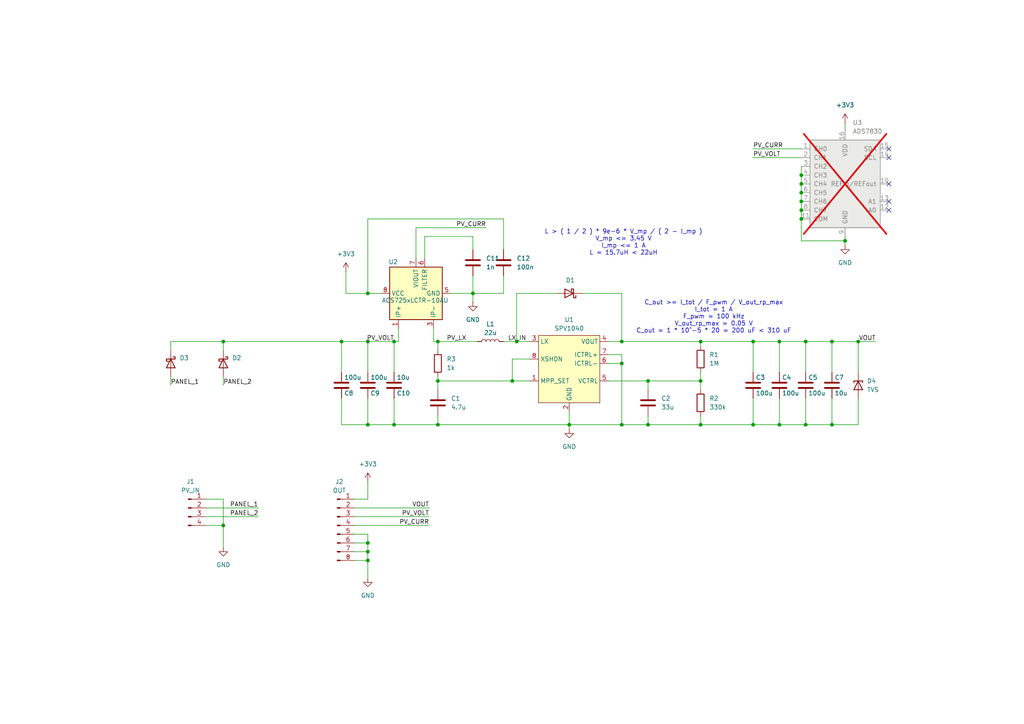
<source format=kicad_sch>
(kicad_sch (version 20231120) (generator "eeschema") (generator_version "8.0")
  (paper "A4")
  (title_block (title "Chickadee MPPT Solar Cell Controller") (date "2024-05-10") (rev "0") (company "LoCSST") (comment 1 "Designer: SKM"))
  (lib_symbols
    (symbol "Analog_DAC:ADS7830" (pin_names (offset 1.016))
      (property "Reference" "U" (at -10.16 13.716 0))
      (property "Value" "ADS7830" (at 1.778 13.716 0))
      (symbol "ADS7830_0_1"
        (rectangle (start -10.16 12.7) (end 10.16 -12.7) (stroke (width 0.254)) (fill (type background)))
      )
      (symbol "ADS7830_1_1"
        (pin input line (at -12.7 10.16 0) (length 2.54) (name "CH0") (number "1"))
        (pin bidirectional line (at 12.7 0 180) (length 2.54) (name "REFin/REFout") (number "10"))
        (pin input line (at -12.7 -10.16 0) (length 2.54) (name "COM") (number "11"))
        (pin input line (at 12.7 -7.62 180) (length 2.54) (name "A0") (number "12"))
        (pin input line (at 12.7 -5.08 180) (length 2.54) (name "A1") (number "13"))
        (pin input line (at 12.7 7.62 180) (length 2.54) (name "SCL") (number "14"))
        (pin bidirectional line (at 12.7 10.16 180) (length 2.54) (name "SDA") (number "15"))
        (pin power_in line (at 0 15.24 270) (length 2.54) (name "VDD") (number "16"))
        (pin input line (at -12.7 7.62 0) (length 2.54) (name "CH1") (number "2"))
        (pin input line (at -12.7 5.08 0) (length 2.54) (name "CH2") (number "3"))
        (pin input line (at -12.7 2.54 0) (length 2.54) (name "CH3") (number "4"))
        (pin input line (at -12.7 0 0) (length 2.54) (name "CH4") (number "5"))
        (pin input line (at -12.7 -2.54 0) (length 2.54) (name "CH5") (number "6"))
        (pin input line (at -12.7 -5.08 0) (length 2.54) (name "CH6") (number "7"))
        (pin input line (at -12.7 -7.62 0) (length 2.54) (name "CH7") (number "8"))
        (pin power_in line (at 0 -15.24 90) (length 2.54) (name "GND") (number "9"))
      )
    )
    (symbol "Connector:Conn_01x04_Pin" (pin_names (offset 1.016) hide)
      (property "Reference" "J" (at 0 5.08 0))
      (property "Value" "Conn_01x04_Pin" (at 0 -7.62 0))
      (symbol "Conn_01x04_Pin_1_1"
        (polyline (pts (xy 1.27 -5.08) (xy 0.8636 -5.08)) (stroke (width 0.1524)))
        (polyline (pts (xy 1.27 -2.54) (xy 0.8636 -2.54)) (stroke (width 0.1524)))
        (polyline (pts (xy 1.27 0) (xy 0.8636 0)) (stroke (width 0.1524)))
        (polyline (pts (xy 1.27 2.54) (xy 0.8636 2.54)) (stroke (width 0.1524)))
        (rectangle (start 0.8636 -4.953) (end 0 -5.207) (stroke (width 0.1524)) (fill (type outline)))
        (rectangle (start 0.8636 -2.413) (end 0 -2.667) (stroke (width 0.1524)) (fill (type outline)))
        (rectangle (start 0.8636 0.127) (end 0 -0.127) (stroke (width 0.1524)) (fill (type outline)))
        (rectangle (start 0.8636 2.667) (end 0 2.413) (stroke (width 0.1524)) (fill (type outline)))
        (pin passive line (at 5.08 2.54 180) (length 3.81) (name "Pin_1") (number "1"))
        (pin passive line (at 5.08 0 180) (length 3.81) (name "Pin_2") (number "2"))
        (pin passive line (at 5.08 -2.54 180) (length 3.81) (name "Pin_3") (number "3"))
        (pin passive line (at 5.08 -5.08 180) (length 3.81) (name "Pin_4") (number "4"))
      )
    )
    (symbol "Connector:Conn_01x08_Pin" (pin_names (offset 1.016) hide)
      (property "Reference" "J" (at 0 10.16 0))
      (property "Value" "Conn_01x08_Pin" (at 0 -12.7 0))
      (symbol "Conn_01x08_Pin_1_1"
        (polyline (pts (xy 1.27 -10.16) (xy 0.8636 -10.16)) (stroke (width 0.1524)))
        (polyline (pts (xy 1.27 -7.62) (xy 0.8636 -7.62)) (stroke (width 0.1524)))
        (polyline (pts (xy 1.27 -5.08) (xy 0.8636 -5.08)) (stroke (width 0.1524)))
        (polyline (pts (xy 1.27 -2.54) (xy 0.8636 -2.54)) (stroke (width 0.1524)))
        (polyline (pts (xy 1.27 0) (xy 0.8636 0)) (stroke (width 0.1524)))
        (polyline (pts (xy 1.27 2.54) (xy 0.8636 2.54)) (stroke (width 0.1524)))
        (polyline (pts (xy 1.27 5.08) (xy 0.8636 5.08)) (stroke (width 0.1524)))
        (polyline (pts (xy 1.27 7.62) (xy 0.8636 7.62)) (stroke (width 0.1524)))
        (rectangle (start 0.8636 -10.033) (end 0 -10.287) (stroke (width 0.1524)) (fill (type outline)))
        (rectangle (start 0.8636 -7.493) (end 0 -7.747) (stroke (width 0.1524)) (fill (type outline)))
        (rectangle (start 0.8636 -4.953) (end 0 -5.207) (stroke (width 0.1524)) (fill (type outline)))
        (rectangle (start 0.8636 -2.413) (end 0 -2.667) (stroke (width 0.1524)) (fill (type outline)))
        (rectangle (start 0.8636 0.127) (end 0 -0.127) (stroke (width 0.1524)) (fill (type outline)))
        (rectangle (start 0.8636 2.667) (end 0 2.413) (stroke (width 0.1524)) (fill (type outline)))
        (rectangle (start 0.8636 5.207) (end 0 4.953) (stroke (width 0.1524)) (fill (type outline)))
        (rectangle (start 0.8636 7.747) (end 0 7.493) (stroke (width 0.1524)) (fill (type outline)))
        (pin passive line (at 5.08 7.62 180) (length 3.81) (name "Pin_1") (number "1"))
        (pin passive line (at 5.08 5.08 180) (length 3.81) (name "Pin_2") (number "2"))
        (pin passive line (at 5.08 2.54 180) (length 3.81) (name "Pin_3") (number "3"))
        (pin passive line (at 5.08 0 180) (length 3.81) (name "Pin_4") (number "4"))
        (pin passive line (at 5.08 -2.54 180) (length 3.81) (name "Pin_5") (number "5"))
        (pin passive line (at 5.08 -5.08 180) (length 3.81) (name "Pin_6") (number "6"))
        (pin passive line (at 5.08 -7.62 180) (length 3.81) (name "Pin_7") (number "7"))
        (pin passive line (at 5.08 -10.16 180) (length 3.81) (name "Pin_8") (number "8"))
      )
    )
    (symbol "Device:C" (pin_numbers hide) (pin_names (offset 0.254))
      (property "Reference" "C" (at 0.635 2.54 0))
      (property "Value" "C" (at 0.635 -2.54 0))
      (symbol "C_0_1"
        (polyline (pts (xy -2.032 -0.762) (xy 2.032 -0.762)) (stroke (width 0.508)))
        (polyline (pts (xy -2.032 0.762) (xy 2.032 0.762)) (stroke (width 0.508)))
      )
      (symbol "C_1_1"
        (pin passive line (at 0 3.81 270) (length 2.794) (name "~") (number "1"))
        (pin passive line (at 0 -3.81 90) (length 2.794) (name "~") (number "2"))
      )
    )
    (symbol "Device:D_Schottky" (pin_numbers hide) (pin_names (offset 1.016) hide)
      (property "Reference" "D" (at 0 2.54 0))
      (property "Value" "D_Schottky" (at 0 -2.54 0))
      (symbol "D_Schottky_0_1"
        (polyline (pts (xy 1.27 0) (xy -1.27 0)))
        (polyline (pts (xy 1.27 1.27) (xy 1.27 -1.27) (xy -1.27 0) (xy 1.27 1.27)) (stroke (width 0.254)))
        (polyline (pts (xy -1.905 0.635) (xy -1.905 1.27) (xy -1.27 1.27) (xy -1.27 -1.27) (xy -0.635 -1.27) (xy -0.635 -0.635)) (stroke (width 0.254)))
      )
      (symbol "D_Schottky_1_1"
        (pin passive line (at -3.81 0 0) (length 2.54) (name "K") (number "1"))
        (pin passive line (at 3.81 0 180) (length 2.54) (name "A") (number "2"))
      )
    )
    (symbol "Device:D_Tunnel" (pin_numbers hide) (pin_names (offset 1.016) hide)
      (property "Reference" "D" (at 0 2.54 0))
      (property "Value" "D_Tunnel" (at 0 -2.54 0))
      (symbol "D_Tunnel_0_1"
        (polyline (pts (xy 1.27 0) (xy -1.27 0)))
        (polyline (pts (xy -0.762 1.27) (xy -1.27 1.27) (xy -1.27 -1.27) (xy -0.762 -1.27)) (stroke (width 0.254)))
        (polyline (pts (xy 1.27 -1.27) (xy 1.27 1.27) (xy -1.27 0) (xy 1.27 -1.27)) (stroke (width 0.254)))
      )
      (symbol "D_Tunnel_1_1"
        (pin passive line (at -3.81 0 0) (length 2.54) (name "K") (number "1"))
        (pin passive line (at 3.81 0 180) (length 2.54) (name "A") (number "2"))
      )
    )
    (symbol "Device:L" (pin_numbers hide) (pin_names (offset 1.016) hide)
      (property "Reference" "L" (at -1.27 0 90))
      (property "Value" "L" (at 1.905 0 90))
      (symbol "L_0_1"
        (arc (start 0 -2.54) (mid 0.6323 -1.905) (end 0 -1.27))
        (arc (start 0 -1.27) (mid 0.6323 -0.635) (end 0 0))
        (arc (start 0 0) (mid 0.6323 0.635) (end 0 1.27))
        (arc (start 0 1.27) (mid 0.6323 1.905) (end 0 2.54))
      )
      (symbol "L_1_1"
        (pin passive line (at 0 3.81 270) (length 1.27) (name "1") (number "1"))
        (pin passive line (at 0 -3.81 90) (length 1.27) (name "2") (number "2"))
      )
    )
    (symbol "Device:R" (pin_numbers hide) (pin_names (offset 0))
      (property "Reference" "R" (at 2.032 0 90))
      (property "Value" "R" (at 0 0 90))
      (symbol "R_0_1"
        (rectangle (start -1.016 -2.54) (end 1.016 2.54) (stroke (width 0.254)))
      )
      (symbol "R_1_1"
        (pin passive line (at 0 3.81 270) (length 1.27) (name "~") (number "1"))
        (pin passive line (at 0 -3.81 90) (length 1.27) (name "~") (number "2"))
      )
    )
    (symbol "Project_Symbols:SPV1040"
      (property "Reference" "U" (at -8.128 10.668 0))
      (property "Value" "SPV1040" (at 4.318 10.668 0))
      (symbol "SPV1040_0_0"
        (pin power_in line (at 0 -12.7 90) (length 2.54) (name "GND") (number "2"))
        (pin power_out line (at 11.43 7.62 180) (length 2.54) (name "VOUT") (number "4"))
        (pin input line (at 11.43 -3.81 180) (length 2.54) (name "VCTRL") (number "5"))
        (pin input line (at 11.43 1.27 180) (length 2.54) (name "ICTRL-") (number "6"))
        (pin input line (at 11.43 3.81 180) (length 2.54) (name "ICTRL+") (number "7"))
        (pin input line (at -11.43 2.54 0) (length 2.54) (name "XSHDN") (number "8"))
      )
      (symbol "SPV1040_1_0"
        (pin input line (at -11.43 -3.81 0) (length 2.54) (name "MPP_SET") (number "1"))
        (pin input line (at -11.43 7.62 0) (length 2.54) (name "LX") (number "3"))
      )
      (symbol "SPV1040_1_1"
        (rectangle (start -8.89 9.398) (end 8.89 -10.16) (fill (type background)))
      )
    )
    (symbol "Sensor_Current:ACS725xLCTR-10AU"
      (property "Reference" "U" (at 2.54 11.43 0))
      (property "Value" "ACS725xLCTR-10AU" (at 2.54 8.89 0))
      (symbol "ACS725xLCTR-10AU_0_1"
        (rectangle (start -7.62 7.62) (end 7.62 -7.62) (stroke (width 0.254)) (fill (type background)))
      )
      (symbol "ACS725xLCTR-10AU_1_1"
        (pin passive line (at -10.16 5.08 0) (length 2.54) (name "IP+") (number "1"))
        (pin passive line (at -10.16 5.08 0) (length 2.54) hide (name "IP+") (number "2"))
        (pin passive line (at -10.16 -5.08 0) (length 2.54) (name "IP-") (number "3"))
        (pin passive line (at -10.16 -5.08 0) (length 2.54) hide (name "IP-") (number "4"))
        (pin power_in line (at 0 -10.16 90) (length 2.54) (name "GND") (number "5"))
        (pin passive line (at 10.16 -2.54 180) (length 2.54) (name "FILTER") (number "6"))
        (pin output line (at 10.16 0 180) (length 2.54) (name "VIOUT") (number "7"))
        (pin power_in line (at 0 10.16 270) (length 2.54) (name "VCC") (number "8"))
      )
    )
    (symbol "power:+3V3" (power) (pin_numbers hide) (pin_names (offset 0) hide)
      (property "Value" "+3V3" (at 0 3.556 0))
      (symbol "+3V3_0_1"
        (polyline (pts (xy -0.762 1.27) (xy 0 2.54)))
        (polyline (pts (xy 0 0) (xy 0 2.54)))
        (polyline (pts (xy 0 2.54) (xy 0.762 1.27)))
      )
      (symbol "+3V3_1_1"
        (pin power_in line (at 0 0 90) (length 0) (name "~") (number "1"))
      )
    )
    (symbol "power:GND" (power) (pin_numbers hide) (pin_names (offset 0) hide)
      (property "Value" "GND" (at 0 -3.81 0))
      (symbol "GND_0_1"
        (polyline (pts (xy 0 0) (xy 0 -1.27) (xy 1.27 -1.27) (xy 0 -2.54) (xy -1.27 -1.27) (xy 0 -1.27)))
      )
      (symbol "GND_1_1"
        (pin power_in line (at 0 0 270) (length 0) (name "~") (number "1"))
      )
    )
  )
  (junction (at 203.2 123.19))
  (junction (at 232.41 55.88))
  (junction (at 64.77 152.4))
  (junction (at 114.3 123.19))
  (junction (at 203.2 110.49))
  (junction (at 106.68 99.06))
  (junction (at 248.92 99.06))
  (junction (at 233.68 99.06))
  (junction (at 232.41 63.5))
  (junction (at 64.77 99.06))
  (junction (at 187.96 123.19))
  (junction (at 232.41 58.42))
  (junction (at 127 99.06))
  (junction (at 232.41 53.34))
  (junction (at 233.68 123.19))
  (junction (at 187.96 110.49))
  (junction (at 180.34 123.19))
  (junction (at 137.16 85.09))
  (junction (at 203.2 99.06))
  (junction (at 106.68 162.56))
  (junction (at 241.3 123.19))
  (junction (at 165.1 123.19))
  (junction (at 148.59 110.49))
  (junction (at 127 123.19))
  (junction (at 226.06 99.06))
  (junction (at 218.44 99.06))
  (junction (at 226.06 123.19))
  (junction (at 127 110.49))
  (junction (at 245.11 69.85))
  (junction (at 218.44 123.19))
  (junction (at 180.34 105.41))
  (junction (at 149.86 99.06))
  (junction (at 106.68 160.02))
  (junction (at 114.3 99.06))
  (junction (at 106.68 85.09))
  (junction (at 232.41 60.96))
  (junction (at 106.68 157.48))
  (junction (at 180.34 99.06))
  (junction (at 241.3 99.06))
  (junction (at 99.06 99.06))
  (junction (at 232.41 50.8))
  (junction (at 106.68 123.19))
  (no_connect (at 257.81 53.34))
  (no_connect (at 257.81 58.42))
  (no_connect (at 257.81 45.72))
  (no_connect (at 257.81 60.96))
  (no_connect (at 257.81 43.18))
  (wire (pts (xy 149.86 99.06) (xy 153.67 99.06)))
  (wire (pts (xy 168.91 85.09) (xy 180.34 85.09)))
  (wire (pts (xy 248.92 115.57) (xy 248.92 123.19)))
  (wire (pts (xy 106.68 115.57) (xy 106.68 123.19)))
  (wire (pts (xy 106.68 154.94) (xy 106.68 157.48)))
  (wire (pts (xy 49.53 99.06) (xy 64.77 99.06)))
  (wire (pts (xy 106.68 85.09) (xy 110.49 85.09)))
  (wire (pts (xy 241.3 115.57) (xy 241.3 123.19)))
  (wire (pts (xy 203.2 110.49) (xy 203.2 107.95)))
  (wire (pts (xy 241.3 99.06) (xy 241.3 107.95)))
  (wire (pts (xy 64.77 99.06) (xy 64.77 101.6)))
  (wire (pts (xy 99.06 123.19) (xy 106.68 123.19)))
  (wire (pts (xy 218.44 107.95) (xy 218.44 99.06)))
  (wire (pts (xy 146.05 80.01) (xy 146.05 85.09)))
  (wire (pts (xy 233.68 99.06) (xy 241.3 99.06)))
  (wire (pts (xy 226.06 123.19) (xy 218.44 123.19)))
  (wire (pts (xy 180.34 102.87) (xy 180.34 105.41)))
  (wire (pts (xy 59.69 144.78) (xy 64.77 144.78)))
  (wire (pts (xy 137.16 68.58) (xy 137.16 72.39)))
  (wire (pts (xy 245.11 35.56) (xy 245.11 38.1)))
  (wire (pts (xy 241.3 99.06) (xy 248.92 99.06)))
  (wire (pts (xy 165.1 119.38) (xy 165.1 123.19)))
  (wire (pts (xy 120.65 66.04) (xy 140.97 66.04)))
  (wire (pts (xy 123.19 68.58) (xy 137.16 68.58)))
  (wire (pts (xy 187.96 110.49) (xy 203.2 110.49)))
  (wire (pts (xy 59.69 152.4) (xy 64.77 152.4)))
  (wire (pts (xy 203.2 99.06) (xy 218.44 99.06)))
  (wire (pts (xy 64.77 109.22) (xy 64.77 111.76)))
  (wire (pts (xy 125.73 95.25) (xy 125.73 99.06)))
  (wire (pts (xy 153.67 110.49) (xy 148.59 110.49)))
  (wire (pts (xy 106.68 162.56) (xy 106.68 167.64)))
  (wire (pts (xy 106.68 123.19) (xy 114.3 123.19)))
  (wire (pts (xy 248.92 107.95) (xy 248.92 99.06)))
  (wire (pts (xy 59.69 149.86) (xy 74.93 149.86)))
  (wire (pts (xy 203.2 113.03) (xy 203.2 110.49)))
  (wire (pts (xy 120.65 74.93) (xy 120.65 66.04)))
  (wire (pts (xy 232.41 58.42) (xy 232.41 60.96)))
  (wire (pts (xy 232.41 60.96) (xy 232.41 63.5)))
  (wire (pts (xy 127 101.6) (xy 127 99.06)))
  (wire (pts (xy 153.67 104.14) (xy 148.59 104.14)))
  (wire (pts (xy 232.41 63.5) (xy 232.41 69.85)))
  (wire (pts (xy 100.33 85.09) (xy 106.68 85.09)))
  (wire (pts (xy 127 110.49) (xy 127 109.22)))
  (wire (pts (xy 180.34 123.19) (xy 187.96 123.19)))
  (wire (pts (xy 100.33 78.74) (xy 100.33 85.09)))
  (wire (pts (xy 106.68 63.5) (xy 106.68 85.09)))
  (wire (pts (xy 233.68 123.19) (xy 233.68 115.57)))
  (wire (pts (xy 180.34 105.41) (xy 180.34 123.19)))
  (wire (pts (xy 187.96 110.49) (xy 187.96 113.03)))
  (wire (pts (xy 99.06 115.57) (xy 99.06 123.19)))
  (wire (pts (xy 180.34 99.06) (xy 203.2 99.06)))
  (wire (pts (xy 148.59 104.14) (xy 148.59 110.49)))
  (wire (pts (xy 226.06 99.06) (xy 226.06 107.95)))
  (wire (pts (xy 137.16 85.09) (xy 146.05 85.09)))
  (wire (pts (xy 59.69 147.32) (xy 74.93 147.32)))
  (wire (pts (xy 106.68 99.06) (xy 106.68 107.95)))
  (wire (pts (xy 114.3 115.57) (xy 114.3 123.19)))
  (wire (pts (xy 165.1 123.19) (xy 180.34 123.19)))
  (wire (pts (xy 232.41 55.88) (xy 232.41 58.42)))
  (wire (pts (xy 127 110.49) (xy 127 113.03)))
  (wire (pts (xy 114.3 99.06) (xy 115.57 99.06)))
  (wire (pts (xy 248.92 99.06) (xy 254 99.06)))
  (wire (pts (xy 102.87 154.94) (xy 106.68 154.94)))
  (wire (pts (xy 102.87 152.4) (xy 124.46 152.4)))
  (wire (pts (xy 149.86 85.09) (xy 161.29 85.09)))
  (wire (pts (xy 176.53 110.49) (xy 187.96 110.49)))
  (wire (pts (xy 232.41 53.34) (xy 232.41 55.88)))
  (wire (pts (xy 64.77 99.06) (xy 99.06 99.06)))
  (wire (pts (xy 187.96 120.65) (xy 187.96 123.19)))
  (wire (pts (xy 203.2 100.33) (xy 203.2 99.06)))
  (wire (pts (xy 187.96 123.19) (xy 203.2 123.19)))
  (wire (pts (xy 203.2 123.19) (xy 203.2 120.65)))
  (wire (pts (xy 114.3 123.19) (xy 127 123.19)))
  (wire (pts (xy 99.06 99.06) (xy 106.68 99.06)))
  (wire (pts (xy 226.06 99.06) (xy 233.68 99.06)))
  (wire (pts (xy 146.05 63.5) (xy 106.68 63.5)))
  (wire (pts (xy 232.41 50.8) (xy 232.41 53.34)))
  (wire (pts (xy 102.87 157.48) (xy 106.68 157.48)))
  (wire (pts (xy 218.44 45.72) (xy 232.41 45.72)))
  (wire (pts (xy 102.87 144.78) (xy 106.68 144.78)))
  (wire (pts (xy 64.77 152.4) (xy 64.77 158.75)))
  (wire (pts (xy 102.87 149.86) (xy 124.46 149.86)))
  (wire (pts (xy 245.11 68.58) (xy 245.11 69.85)))
  (wire (pts (xy 114.3 99.06) (xy 114.3 107.95)))
  (wire (pts (xy 102.87 147.32) (xy 124.46 147.32)))
  (wire (pts (xy 106.68 139.7) (xy 106.68 144.78)))
  (wire (pts (xy 232.41 48.26) (xy 232.41 50.8)))
  (wire (pts (xy 102.87 160.02) (xy 106.68 160.02)))
  (wire (pts (xy 245.11 69.85) (xy 245.11 71.12)))
  (wire (pts (xy 64.77 144.78) (xy 64.77 152.4)))
  (wire (pts (xy 49.53 101.6) (xy 49.53 99.06)))
  (wire (pts (xy 176.53 99.06) (xy 180.34 99.06)))
  (wire (pts (xy 127 120.65) (xy 127 123.19)))
  (wire (pts (xy 106.68 99.06) (xy 114.3 99.06)))
  (wire (pts (xy 127 99.06) (xy 138.43 99.06)))
  (wire (pts (xy 137.16 80.01) (xy 137.16 85.09)))
  (wire (pts (xy 146.05 72.39) (xy 146.05 63.5)))
  (wire (pts (xy 226.06 123.19) (xy 233.68 123.19)))
  (wire (pts (xy 218.44 115.57) (xy 218.44 123.19)))
  (wire (pts (xy 226.06 115.57) (xy 226.06 123.19)))
  (wire (pts (xy 99.06 99.06) (xy 99.06 107.95)))
  (wire (pts (xy 102.87 162.56) (xy 106.68 162.56)))
  (wire (pts (xy 137.16 85.09) (xy 137.16 87.63)))
  (wire (pts (xy 233.68 99.06) (xy 233.68 107.95)))
  (wire (pts (xy 115.57 95.25) (xy 115.57 99.06)))
  (wire (pts (xy 123.19 74.93) (xy 123.19 68.58)))
  (wire (pts (xy 248.92 123.19) (xy 241.3 123.19)))
  (wire (pts (xy 106.68 160.02) (xy 106.68 162.56)))
  (wire (pts (xy 241.3 123.19) (xy 233.68 123.19)))
  (wire (pts (xy 176.53 105.41) (xy 180.34 105.41)))
  (wire (pts (xy 146.05 99.06) (xy 149.86 99.06)))
  (wire (pts (xy 232.41 69.85) (xy 245.11 69.85)))
  (wire (pts (xy 130.81 85.09) (xy 137.16 85.09)))
  (wire (pts (xy 218.44 123.19) (xy 203.2 123.19)))
  (wire (pts (xy 127 123.19) (xy 165.1 123.19)))
  (wire (pts (xy 176.53 102.87) (xy 180.34 102.87)))
  (wire (pts (xy 218.44 43.18) (xy 232.41 43.18)))
  (wire (pts (xy 218.44 99.06) (xy 226.06 99.06)))
  (wire (pts (xy 149.86 99.06) (xy 149.86 85.09)))
  (wire (pts (xy 165.1 123.19) (xy 165.1 124.46)))
  (wire (pts (xy 106.68 157.48) (xy 106.68 160.02)))
  (wire (pts (xy 180.34 85.09) (xy 180.34 99.06)))
  (wire (pts (xy 49.53 109.22) (xy 49.53 111.76)))
  (wire (pts (xy 125.73 99.06) (xy 127 99.06)))
  (wire (pts (xy 148.59 110.49) (xy 127 110.49)))
  (text "L > ( 1 / 2 ) * 9e-6 * V_mp / ( 2 - I_mp )\nV_mp <= 3.45 V\nI_mp <= 1 A\nL = 15.7uH < 22uH" (at 180.848 70.358 0) (effects (font (size 1.27 1.27))))
  (text "C_out >= I_tot / F_pwm / V_out_rp_max\nI_tot = 1 A\nF_pwm = 100 kHz\nV_out_rp_max = 0.05 V\nC_out = 1 * 10^-5 * 20 = 200 uF < 310 uF" (at 207.01 91.948 0) (effects (font (size 1.27 1.27))))
  (label "PV_VOLT" (at 124.46 149.86 180))
  (label "VOUT" (at 124.46 147.32 180))
  (label "PV_VOLT" (at 218.44 45.72 0))
  (label "VOUT" (at 254 99.06 180))
  (label "PV_CURR" (at 218.44 43.18 0))
  (label "LX_IN" (at 147.32 99.06 0))
  (label "PANEL_2" (at 64.77 111.76 0))
  (label "PV_VOLT" (at 114.3 99.06 180))
  (label "PV_CURR" (at 124.46 152.4 180))
  (label "PANEL_1" (at 49.53 111.76 0))
  (label "PANEL_1" (at 74.93 147.32 180))
  (label "PV_LX" (at 129.54 99.06 0))
  (label "PV_CURR" (at 140.97 66.04 180))
  (label "PANEL_2" (at 74.93 149.86 180))
  (symbol (lib_id "Device:R") (at 203.2 104.14 0) (unit 1)
    (property "Reference" "R1" (at 205.74 102.8699 0) (effects (justify left)))
    (property "Value" "1M" (at 205.74 105.4099 0) (effects (justify left)))
    (property "Footprint" "Resistor_SMD:R_0603_1608Metric" (effects (hide yes)))
    (property "Datasheet" "https://www.mouser.com/ProductDetail/Vishay-Beyschlag/MCT0603MD1004BP500?qs=Jslch3jnSjlxqHB2XifrNA%3D%3D" (effects (hide yes)))
    (property "Description" "Resistor" (effects (hide yes)))
  )
  (symbol (lib_id "Device:D_Schottky") (at 49.53 105.41 270) (unit 1)
    (property "Reference" "D3" (at 52.07 103.8224 90) (effects (justify left)))
    (property "Value" "PD3S220L-7" (effects (hide yes)))
    (property "Footprint" "Project_Footprints:PD3S220L7" (effects (hide yes)))
    (property "Datasheet" "https://www.mouser.com/ProductDetail/Diodes-Incorporated/PD3S220L-7?qs=oUsD4qhOtFxZ3nZkgpjAKw%3D%3D" (effects (hide yes)))
    (property "Description" "Schottky Diodes & Rectifiers 2.0A 20V" (effects (hide yes)))
  )
  (symbol (lib_id "Device:R") (at 127 105.41 0) (unit 1)
    (property "Reference" "R3" (at 129.54 104.1399 0) (effects (justify left)))
    (property "Value" "1k" (at 129.54 106.6799 0) (effects (justify left)))
    (property "Footprint" "Capacitor_SMD:C_0402_1005Metric" (effects (hide yes)))
    (property "Description" "Resistor" (effects (hide yes)))
  )
  (symbol (lib_id "Device:D_Tunnel") (at 248.92 111.76 270) (unit 1)
    (property "Reference" "D4" (at 251.46 110.4899 90) (effects (justify left)))
    (property "Value" "TVS" (at 251.46 113.0299 90) (effects (justify left)))
    (property "Footprint" "Project_Footprints:DO222-AA_STM" (effects (hide yes)))
    (property "Datasheet" "https://www.digikey.com/en/products/detail/stmicroelectronics/SMM4F24A-TR/1852369?utm_adgroup=&utm_source=google&utm_medium=cpc&utm_campaign=Pmax_Shopping_Boston%20Metro%20Category%20Awareness&utm_term=&utm_content=&utm_id=go_cmp-20837509568_adg-_ad-__dev-c_ext-_prd-_sig-Cj0KCQjw6PGxBhCVARIsAIumnWZ4fMbt2UXCBMg0_1lWA4hfHo188tK4nrceeIgx7abGvrUIejyGkAUaAmAUEALw_wcB&gad_source=1&gclid=Cj0KCQjw6PGxBhCVARIsAIumnWZ4fMbt2UXCBMg0_1lWA4hfHo188tK4nrceeIgx7abGvrUIejyGkAUaAmAUEALw_wcB" (effects (hide yes)))
    (property "Description" "TVS DIODE 24VWM 50VC DO222-AA" (effects (hide yes)))
  )
  (symbol (lib_id "power:+3V3") (at 245.11 35.56 0) (unit 1)
    (property "Reference" "#PWR02" (effects (hide yes)))
    (property "Value" "+3V3" (at 245.11 30.48 0))
    (property "Description" "Power symbol creates a global label with name \"+3V3\"" (effects (hide yes)))
  )
  (symbol (lib_id "Project_Symbols:SPV1040") (at 165.1 106.68 0) (unit 1)
    (property "Reference" "U1" (at 165.1 92.71 0))
    (property "Value" "SPV1040" (at 165.1 95.25 0))
    (property "Footprint" "Package_SO:TSSOP-8_4.4x3mm_P0.65mm" (effects (hide yes)))
    (property "Datasheet" "https://www.st.com/resource/en/datasheet/spv1040.pdf" (effects (hide yes)))
    (property "Description" "High efficiency solar battery charger with embedded MPPT" (effects (hide yes)))
  )
  (symbol (lib_id "Device:C") (at 241.3 111.76 0) (unit 1)
    (property "Reference" "C7" (at 242.062 109.474 0) (effects (justify left)))
    (property "Value" "10u" (at 242.062 114.046 0) (effects (justify left)))
    (property "Footprint" "Capacitor_SMD:C_1206_3216Metric" (effects (hide yes)))
    (property "Datasheet" "https://www.mouser.com/ProductDetail/Vishay-Sprague/TR3A106M010C2000?qs=R2iZg1vr0onnCzOsM7MhPQ%3D%3D" (effects (hide yes)))
    (property "Description" "Tantalum Capacitors - Solid SMD 10uF 10volts 20% A case ESR 2 Molded" (effects (hide yes)))
  )
  (symbol (lib_id "Device:D_Schottky") (at 64.77 105.41 270) (unit 1)
    (property "Reference" "D2" (at 67.31 103.8224 90) (effects (justify left)))
    (property "Value" "PD3S220L-7" (effects (hide yes)))
    (property "Footprint" "Project_Footprints:PD3S220L7" (effects (hide yes)))
    (property "Datasheet" "https://www.mouser.com/ProductDetail/Diodes-Incorporated/PD3S220L-7?qs=oUsD4qhOtFxZ3nZkgpjAKw%3D%3D" (effects (hide yes)))
    (property "Description" "Schottky Diodes & Rectifiers 2.0A 20V" (effects (hide yes)))
  )
  (symbol (lib_id "power:+3V3") (at 100.33 78.74 0) (unit 1)
    (property "Reference" "#PWR04" (effects (hide yes)))
    (property "Value" "+3V3" (at 100.33 73.66 0))
    (property "Description" "Power symbol creates a global label with name \"+3V3\"" (effects (hide yes)))
  )
  (symbol (lib_id "Device:C") (at 99.06 111.76 0) (mirror x) (unit 1)
    (property "Reference" "C8" (at 99.822 114.046 0) (effects (justify left)))
    (property "Value" "100u" (at 99.822 109.474 0) (effects (justify left)))
    (property "Footprint" "Capacitor_SMD:C_1210_3225Metric" (effects (hide yes)))
    (property "Datasheet" "https://www.mouser.com/ProductDetail/KYOCERA-AVX/TPSB107M010R0400?qs=rmxM1XIQazfTOF9DkZj0og%3D%3D" (effects (hide yes)))
    (property "Description" "Tantalum Capacitors - Solid SMD 10V 100uF 20% 1210 ESR = 400mOhm" (effects (hide yes)))
  )
  (symbol (lib_id "Device:D_Schottky") (at 165.1 85.09 180) (unit 1)
    (property "Reference" "D1" (at 165.4175 81.28 0))
    (property "Value" "PD3S220L-7" (effects (hide yes)))
    (property "Footprint" "Project_Footprints:PD3S220L7" (effects (hide yes)))
    (property "Datasheet" "https://www.mouser.com/ProductDetail/Diodes-Incorporated/PD3S220L-7?qs=oUsD4qhOtFxZ3nZkgpjAKw%3D%3D" (effects (hide yes)))
    (property "Description" "Schottky Diodes & Rectifiers 2.0A 20V" (effects (hide yes)))
  )
  (symbol (lib_id "Analog_DAC:ADS7830") (at 245.11 53.34 0) (unit 1) (exclude_from_sim yes) (in_bom no) (on_board no) (dnp yes)
    (property "Reference" "U3" (at 247.3041 35.56 0) (effects (justify left)))
    (property "Value" "ADS7830" (at 247.3041 38.1 0) (effects (justify left)))
    (property "Footprint" "Package_SO:TSSOP-16_4.4x5mm_P0.65mm" (effects (hide yes)))
    (property "Datasheet" "http://www.ti.com/lit/ds/symlink/ads7830.pdf" (effects (hide yes)))
    (property "Description" "Single-supply, 8bit, 8 ch, SAR, 70kHz SR, 2.7 - 5 VDD, I2C, TSSOP-16" (effects (hide yes)))
  )
  (symbol (lib_id "Device:R") (at 203.2 116.84 0) (unit 1)
    (property "Reference" "R2" (at 205.74 115.5699 0) (effects (justify left)))
    (property "Value" "330k" (at 205.74 118.1099 0) (effects (justify left)))
    (property "Footprint" "Resistor_SMD:R_0402_1005Metric" (effects (hide yes)))
    (property "Datasheet" "https://www.mouser.com/ProductDetail/Vishay-Beyschlag/MCS0402MD3323BE000?qs=Jslch3jnSjmoKN7PFKqTXQ%3D%3D" (effects (hide yes)))
    (property "Description" "Resistor" (effects (hide yes)))
  )
  (symbol (lib_id "Device:C") (at 137.16 76.2 0) (unit 1)
    (property "Reference" "C11" (at 140.97 74.9299 0) (effects (justify left)))
    (property "Value" "1n" (at 140.97 77.4699 0) (effects (justify left)))
    (property "Footprint" "Capacitor_SMD:C_0402_1005Metric" (effects (hide yes)))
    (property "Description" "Unpolarized capacitor" (effects (hide yes)))
  )
  (symbol (lib_id "Connector:Conn_01x04_Pin") (at 54.61 147.32 0) (unit 1)
    (property "Reference" "J1" (at 55.245 139.7 0))
    (property "Value" "PV_IN" (at 55.245 142.24 0))
    (property "Footprint" "Connector_PinHeader_2.54mm:PinHeader_1x04_P2.54mm_Vertical" (effects (hide yes)))
    (property "Description" "Generic connector, single row, 01x04, script generated" (effects (hide yes)))
  )
  (symbol (lib_id "Device:C") (at 127 116.84 0) (unit 1)
    (property "Reference" "C1" (at 130.81 115.5699 0) (effects (justify left)))
    (property "Value" "4.7u" (at 130.81 118.1099 0) (effects (justify left)))
    (property "Footprint" "Capacitor_SMD:C_0402_1005Metric" (effects (hide yes)))
    (property "Datasheet" "https://www.mouser.com/ProductDetail/Murata-Electronics/GRM155D81C475ME15J?qs=sGAEpiMZZMvsSlwiRhF8qrQG6leidpLjHHS5PR4zI1%2F%252B%2FIBbxsSLWw%3D%3D" (effects (hide yes)))
    (property "Description" "Multilayer Ceramic Capacitors MLCC - SMD/SMT 4.7 uF 16 VDC 20% 0402 X5S" (effects (hide yes)))
  )
  (symbol (lib_id "Device:C") (at 114.3 111.76 0) (mirror x) (unit 1)
    (property "Reference" "C10" (at 115.062 114.046 0) (effects (justify left)))
    (property "Value" "10u" (at 115.062 109.474 0) (effects (justify left)))
    (property "Footprint" "Capacitor_SMD:C_1206_3216Metric" (effects (hide yes)))
    (property "Datasheet" "https://www.mouser.com/ProductDetail/Vishay-Sprague/TR3A106M010C2000?qs=R2iZg1vr0onnCzOsM7MhPQ%3D%3D" (effects (hide yes)))
    (property "Description" "Tantalum Capacitors - Solid SMD 10uF 10volts 20% A case ESR 2 Molded" (effects (hide yes)))
  )
  (symbol (lib_id "Device:C") (at 233.68 111.76 0) (unit 1)
    (property "Reference" "C5" (at 234.442 109.474 0) (effects (justify left)))
    (property "Value" "100u" (at 234.442 114.046 0) (effects (justify left)))
    (property "Footprint" "Capacitor_SMD:C_1210_3225Metric" (effects (hide yes)))
    (property "Datasheet" "https://www.mouser.com/ProductDetail/KYOCERA-AVX/TPSB107M010R0400?qs=rmxM1XIQazfTOF9DkZj0og%3D%3D" (effects (hide yes)))
    (property "Description" "Tantalum Capacitors - Solid SMD 10V 100uF 20% 1210 ESR = 400mOhm" (effects (hide yes)))
  )
  (symbol (lib_id "Device:C") (at 226.06 111.76 0) (unit 1)
    (property "Reference" "C4" (at 226.822 109.474 0) (effects (justify left)))
    (property "Value" "100u" (at 226.822 114.046 0) (effects (justify left)))
    (property "Footprint" "Capacitor_SMD:C_1210_3225Metric" (effects (hide yes)))
    (property "Datasheet" "https://www.mouser.com/ProductDetail/KYOCERA-AVX/TPSB107M010R0400?qs=rmxM1XIQazfTOF9DkZj0og%3D%3D" (effects (hide yes)))
    (property "Description" "Tantalum Capacitors - Solid SMD 10V 100uF 20% 1210 ESR = 400mOhm" (effects (hide yes)))
  )
  (symbol (lib_id "Device:C") (at 106.68 111.76 0) (mirror x) (unit 1)
    (property "Reference" "C9" (at 107.442 114.046 0) (effects (justify left)))
    (property "Value" "100u" (at 107.442 109.474 0) (effects (justify left)))
    (property "Footprint" "Capacitor_SMD:C_1210_3225Metric" (effects (hide yes)))
    (property "Datasheet" "https://www.mouser.com/ProductDetail/KYOCERA-AVX/TPSB107M010R0400?qs=rmxM1XIQazfTOF9DkZj0og%3D%3D" (effects (hide yes)))
    (property "Description" "Tantalum Capacitors - Solid SMD 10V 100uF 20% 1210 ESR = 400mOhm" (effects (hide yes)))
  )
  (symbol (lib_id "power:GND") (at 137.16 87.63 0) (unit 1)
    (property "Reference" "#PWR05" (effects (hide yes)))
    (property "Value" "GND" (at 137.16 92.71 0))
    (property "Description" "Power symbol creates a global label with name \"GND\" , ground" (effects (hide yes)))
  )
  (symbol (lib_id "Device:C") (at 146.05 76.2 0) (unit 1)
    (property "Reference" "C12" (at 149.86 74.9299 0) (effects (justify left)))
    (property "Value" "100n" (at 149.86 77.4699 0) (effects (justify left)))
    (property "Footprint" "Capacitor_SMD:C_0402_1005Metric" (effects (hide yes)))
    (property "Description" "Unpolarized capacitor" (effects (hide yes)))
  )
  (symbol (lib_id "power:+3V3") (at 106.68 139.7 0) (unit 1)
    (property "Reference" "#PWR07" (effects (hide yes)))
    (property "Value" "+3V3" (at 106.68 134.62 0))
    (property "Description" "Power symbol creates a global label with name \"+3V3\"" (effects (hide yes)))
  )
  (symbol (lib_id "power:GND") (at 64.77 158.75 0) (unit 1)
    (property "Reference" "#PWR06" (effects (hide yes)))
    (property "Value" "GND" (at 64.77 163.83 0))
    (property "Description" "Power symbol creates a global label with name \"GND\" , ground" (effects (hide yes)))
  )
  (symbol (lib_id "power:GND") (at 106.68 167.64 0) (unit 1)
    (property "Reference" "#PWR08" (effects (hide yes)))
    (property "Value" "GND" (at 106.68 172.72 0))
    (property "Description" "Power symbol creates a global label with name \"GND\" , ground" (effects (hide yes)))
  )
  (symbol (lib_id "power:GND") (at 165.1 124.46 0) (unit 1)
    (property "Reference" "#PWR01" (effects (hide yes)))
    (property "Value" "GND" (at 165.1 129.54 0))
    (property "Description" "Power symbol creates a global label with name \"GND\" , ground" (effects (hide yes)))
  )
  (symbol (lib_id "Device:C") (at 187.96 116.84 0) (unit 1)
    (property "Reference" "C2" (at 191.77 115.5699 0) (effects (justify left)))
    (property "Value" "33u" (at 191.77 118.1099 0) (effects (justify left)))
    (property "Footprint" "Capacitor_SMD:C_0805_2012Metric" (effects (hide yes)))
    (property "Datasheet" "https://www.mouser.com/ProductDetail/TDK/C2012X5R1A336M125AC?qs=sGAEpiMZZMvsSlwiRhF8qglhG%252BcX4lmRtvN2oQS8xN8%3D" (effects (hide yes)))
    (property "Description" "Unpolarized capacitor" (effects (hide yes)))
  )
  (symbol (lib_id "Connector:Conn_01x08_Pin") (at 97.79 152.4 0) (unit 1)
    (property "Reference" "J2" (at 98.425 139.7 0))
    (property "Value" "OUT" (at 98.425 142.24 0))
    (property "Footprint" "Connector_PinHeader_2.54mm:PinHeader_1x08_P2.54mm_Vertical" (effects (hide yes)))
    (property "Description" "Generic connector, single row, 01x08, script generated" (effects (hide yes)))
  )
  (symbol (lib_id "power:GND") (at 245.11 71.12 0) (unit 1)
    (property "Reference" "#PWR03" (effects (hide yes)))
    (property "Value" "GND" (at 245.11 76.2 0))
    (property "Description" "Power symbol creates a global label with name \"GND\" , ground" (effects (hide yes)))
  )
  (symbol (lib_id "Device:L") (at 142.24 99.06 90) (unit 1)
    (property "Reference" "L1" (at 142.24 93.98 90))
    (property "Value" "22u" (at 142.24 96.52 90))
    (property "Footprint" "Inductor_SMD:L_Bourns_SRP5030T" (effects (hide yes)))
    (property "Datasheet" "https://www.mouser.com/ProductDetail/Bourns/SRP5030WA-220M?qs=9vOqFld9vZUUpRCikyJjUw%3D%3D" (effects (hide yes)))
    (property "Description" "Inductor" (effects (hide yes)))
    (property "Mfg. Part No." "SRP5030WA-220M" (effects (hide yes)))
    (property "Manufacturer" "Bourns" (effects (hide yes)))
  )
  (symbol (lib_id "Device:C") (at 218.44 111.76 0) (unit 1)
    (property "Reference" "C3" (at 219.202 109.474 0) (effects (justify left)))
    (property "Value" "100u" (at 219.202 114.046 0) (effects (justify left)))
    (property "Footprint" "Capacitor_SMD:C_1210_3225Metric" (effects (hide yes)))
    (property "Datasheet" "https://www.mouser.com/ProductDetail/KYOCERA-AVX/TPSB107M010R0400?qs=rmxM1XIQazfTOF9DkZj0og%3D%3D" (effects (hide yes)))
    (property "Description" "Tantalum Capacitors - Solid SMD 10V 100uF 20% 1210 ESR = 400mOhm" (effects (hide yes)))
  )
  (symbol (lib_id "Sensor_Current:ACS725xLCTR-10AU") (at 120.65 85.09 90) (unit 1)
    (property "Reference" "U2" (at 114.046 75.946 90))
    (property "Value" "ACS725xLCTR-10AU" (at 120.396 87.122 90))
    (property "Footprint" "Package_SO:SOIC-8_3.9x4.9mm_P1.27mm" (effects (hide yes)))
    (property "Datasheet" "http://www.allegromicro.com/~/media/Files/Datasheets/ACS725-Datasheet.ashx?la=en" (effects (hide yes)))
    (property "Description" "10A Unidirectional Hall-Effect Current Sensor, +3.3V supply, 264mV/A, SOIC-8" (effects (hide yes)))
  )
)
</source>
